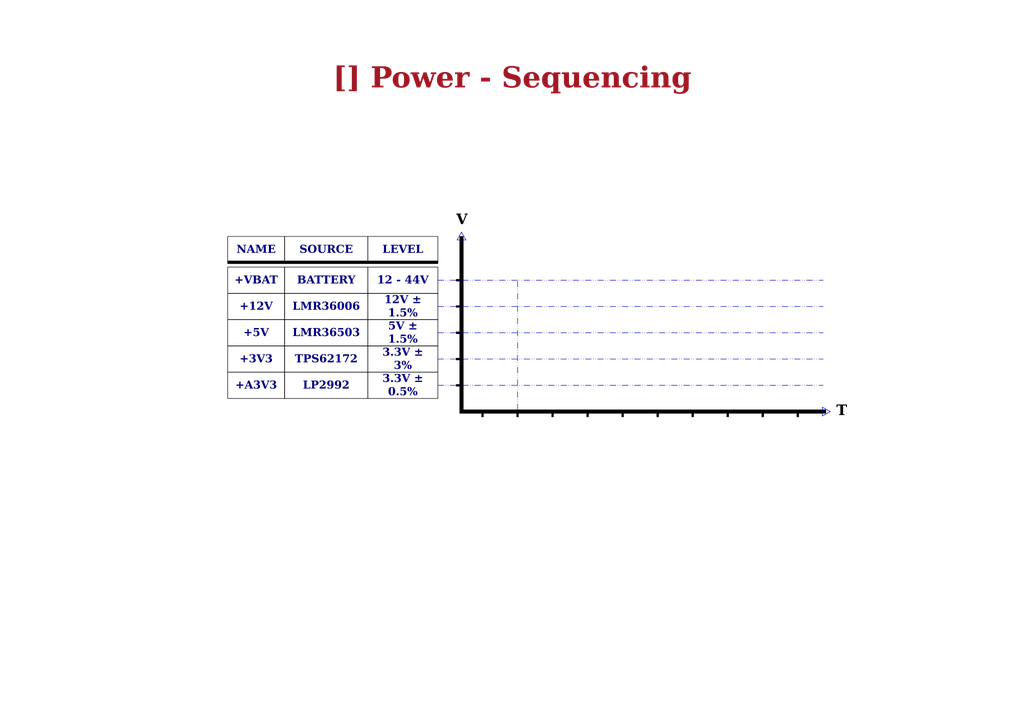
<source format=kicad_sch>
(kicad_sch (version 20230121) (generator eeschema)
  (paper "A4")
  (title_block (title "Power - Sequencing") (rev "${REVISION}") (company "${COMPANY}"))
  (lib_symbols)
  (polyline (pts (xy 238.506 120.65) (xy 238.506 118.11)))
  (polyline (pts (xy 127 111.76) (xy 238.76 111.76)) (stroke (width 0) (type dash_dot_dot)))
  (polyline (pts (xy 127 81.28) (xy 238.76 81.28)) (stroke (width 0) (type dash_dot_dot)))
  (polyline (pts (xy 135.128 69.596) (xy 132.588 69.596)))
  (polyline (pts (xy 240.792 119.38) (xy 238.506 120.65)))
  (polyline (pts (xy 127 96.52) (xy 238.76 96.52)) (stroke (width 0) (type dash_dot_dot)))
  (polyline (pts (xy 127 88.9) (xy 238.76 88.9)) (stroke (width 0) (type dash_dot_dot)))
  (polyline (pts (xy 150.114 118.872) (xy 150.114 81.28)) (stroke (width 0) (type dash_dot_dot)))
  (polyline (pts (xy 127 104.14) (xy 238.76 104.14)) (stroke (width 0) (type dash_dot_dot)))
  (polyline (pts (xy 238.506 118.11) (xy 240.792 119.38)))
  (polyline (pts (xy 132.588 69.596) (xy 133.858 67.31)))
  (polyline (pts (xy 133.858 67.31) (xy 135.128 69.596)))
  (rectangle (start 132.334 88.646) (end 133.858 89.154) (stroke (width 0) (color 0 0 0 1)) (fill (type color) (color 0 0 0 1)))
  (rectangle (start 66.04 75.692) (end 127 76.454) (stroke (width 0) (color 0 0 0 1)) (fill (type color) (color 0 0 0 1)))
  (rectangle (start 220.98 119.38) (end 221.488 120.904) (stroke (width 0) (color 0 0 0 1)) (fill (type color) (color 0 0 0 1)))
  (rectangle (start 160.02 119.38) (end 160.528 120.904) (stroke (width 0) (color 0 0 0 1)) (fill (type color) (color 0 0 0 1)))
  (rectangle (start 180.34 119.38) (end 180.848 120.904) (stroke (width 0) (color 0 0 0 1)) (fill (type color) (color 0 0 0 1)))
  (rectangle (start 170.18 119.38) (end 170.688 120.904) (stroke (width 0) (color 0 0 0 1)) (fill (type color) (color 0 0 0 1)))
  (rectangle (start 210.82 119.38) (end 211.328 120.904) (stroke (width 0) (color 0 0 0 1)) (fill (type color) (color 0 0 0 1)))
  (rectangle (start 132.334 111.506) (end 133.858 112.014) (stroke (width 0) (color 0 0 0 1)) (fill (type color) (color 0 0 0 1)))
  (rectangle (start 190.5 119.38) (end 191.008 120.904) (stroke (width 0) (color 0 0 0 1)) (fill (type color) (color 0 0 0 1)))
  (rectangle (start 132.334 81.026) (end 133.858 81.534) (stroke (width 0) (color 0 0 0 1)) (fill (type color) (color 0 0 0 1)))
  (rectangle (start 149.86 119.38) (end 150.368 120.904) (stroke (width 0) (color 0 0 0 1)) (fill (type color) (color 0 0 0 1)))
  (rectangle (start 231.14 119.38) (end 231.648 120.904) (stroke (width 0) (color 0 0 0 1)) (fill (type color) (color 0 0 0 1)))
  (rectangle (start 200.66 119.38) (end 201.168 120.904) (stroke (width 0) (color 0 0 0 1)) (fill (type color) (color 0 0 0 1)))
  (rectangle (start 132.334 96.266) (end 133.858 96.774) (stroke (width 0) (color 0 0 0 1)) (fill (type color) (color 0 0 0 1)))
  (rectangle (start 133.35 68.58) (end 134.366 119.634) (stroke (width 0) (color 0 0 0 1)) (fill (type color) (color 0 0 0 1)))
  (rectangle (start 132.334 103.886) (end 133.858 104.394) (stroke (width 0) (color 0 0 0 1)) (fill (type color) (color 0 0 0 1)))
  (rectangle (start 133.35 118.872) (end 239.522 119.888) (stroke (width 0) (color 0 0 0 1)) (fill (type color) (color 0 0 0 1)))
  (rectangle (start 139.7 119.38) (end 140.208 120.904) (stroke (width 0) (color 0 0 0 1)) (fill (type color) (color 0 0 0 1)))
  (text_box "LEVEL" (at 106.68 68.58 0) (size 20.32 7.62) (stroke (width 0) (color 0 0 0 1)) (effects (font (size 2.286 2.286) bold)))
  (text_box "+VBAT" (at 66.04 77.47 0) (size 16.51 7.62) (stroke (width 0) (color 0 0 0 1)) (effects (font (size 2.286 2.286) bold)))
  (text_box "12V ± 1.5%" (at 106.68 85.09 0) (size 20.32 7.62) (stroke (width 0) (color 0 0 0 1)) (effects (font (size 2.286 2.286) bold)))
  (text_box "12 - 44V" (at 106.68 77.47 0) (size 20.32 7.62) (stroke (width 0) (color 0 0 0 1)) (effects (font (size 2.286 2.286) bold)))
  (text_box "LP2992" (at 82.55 107.95 0) (size 24.13 7.62) (stroke (width 0) (color 0 0 0 1)) (effects (font (size 2.286 2.286) bold)))
  (text_box "TPS62172" (at 82.55 100.33 0) (size 24.13 7.62) (stroke (width 0) (color 0 0 0 1)) (effects (font (size 2.286 2.286) bold)))
  (text_box "+A3V3" (at 66.04 107.95 0) (size 16.51 7.62) (stroke (width 0) (color 0 0 0 1)) (effects (font (size 2.286 2.286) bold)))
  (text_box "+12V" (at 66.04 85.09 0) (size 16.51 7.62) (stroke (width 0) (color 0 0 0 1)) (effects (font (size 2.286 2.286) bold)))
  (text_box "[${#}] ${TITLE}" (at 80.01 16.51 0) (size 137.16 12.7) (stroke (width -0.0001)) (effects (font (size 6 6) (thickness 1.2) bold)))
  (text_box "+3V3" (at 66.04 100.33 0) (size 16.51 7.62) (stroke (width 0) (color 0 0 0 1)) (effects (font (size 2.286 2.286) bold)))
  (text_box "3.3V ± 3%" (at 106.68 100.33 0) (size 20.32 7.62) (stroke (width 0) (color 0 0 0 1)) (effects (font (size 2.286 2.286) bold)))
  (text_box "NAME" (at 66.04 68.58 0) (size 16.51 7.62) (stroke (width 0) (color 0 0 0 1)) (effects (font (size 2.286 2.286) bold)))
  (text_box "SOURCE" (at 82.55 68.58 0) (size 24.13 7.62) (stroke (width 0) (color 0 0 0 1)) (effects (font (size 2.286 2.286) bold)))
  (text_box "+5V" (at 66.04 92.71 0) (size 16.51 7.62) (stroke (width 0) (color 0 0 0 1)) (effects (font (size 2.286 2.286) bold)))
  (text_box "5V ± 1.5%" (at 106.68 92.71 0) (size 20.32 7.62) (stroke (width 0) (color 0 0 0 1)) (effects (font (size 2.286 2.286) bold)))
  (text_box "LMR36006" (at 82.55 85.09 0) (size 24.13 7.62) (stroke (width 0) (color 0 0 0 1)) (effects (font (size 2.286 2.286) bold)))
  (text_box "BATTERY" (at 82.55 77.47 0) (size 24.13 7.62) (stroke (width 0) (color 0 0 0 1)) (effects (font (size 2.286 2.286) bold)))
  (text_box "LMR36503" (at 82.55 92.71 0) (size 24.13 7.62) (stroke (width 0) (color 0 0 0 1)) (effects (font (size 2.286 2.286) bold)))
  (text_box "3.3V ± 0.5%" (at 106.68 107.95 0) (size 20.32 7.62) (stroke (width 0) (color 0 0 0 1)) (effects (font (size 2.286 2.286) bold)))
  (text "T" (at 242.57 121.92 0) (effects (font (size 3 3) (thickness 0.4) bold) (justify left bottom)))
  (text "V" (at 132.334 66.548 0) (effects (font (size 3 3) (thickness 0.4) bold) (justify left bottom)))
)
</source>
